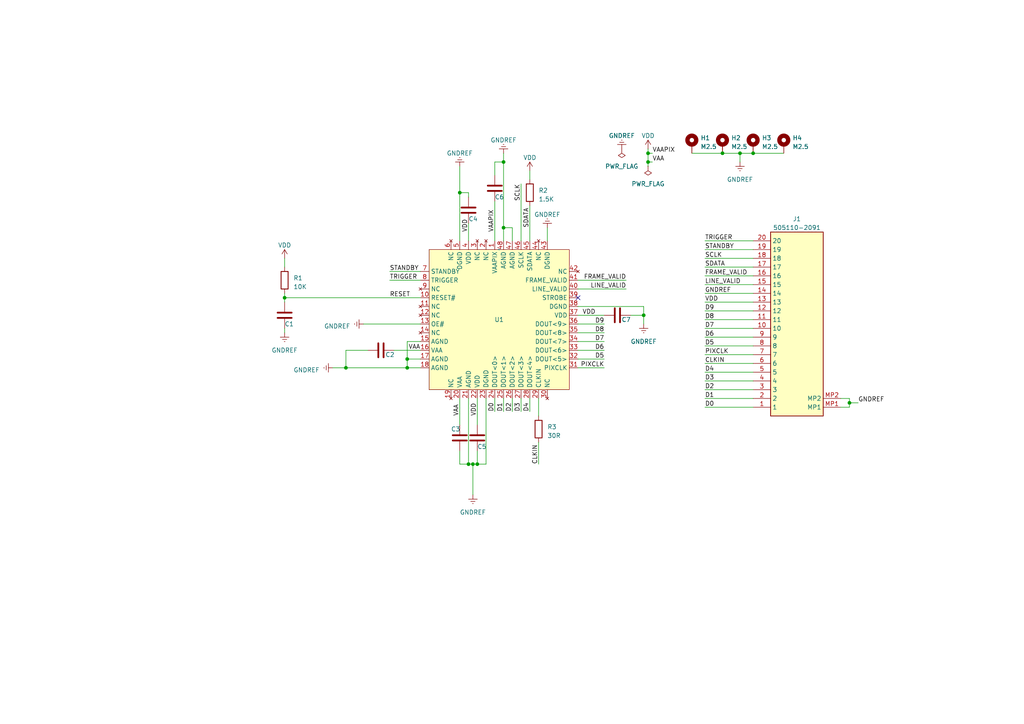
<source format=kicad_sch>
(kicad_sch (version 20230121) (generator eeschema)
  (paper "A4")
  (lib_symbols
    (symbol "Device:C" (pin_numbers hide) (pin_names (offset 0.254))
      (property "Reference" "C" (at 0.635 2.54 0))
      (property "Value" "C" (at 0.635 -2.54 0))
      (symbol "C_0_1"
        (polyline (pts (xy -2.032 -0.762) (xy 2.032 -0.762)) (stroke (width 0.508)))
        (polyline (pts (xy -2.032 0.762) (xy 2.032 0.762)) (stroke (width 0.508)))
      )
      (symbol "C_1_1"
        (pin passive line (at 0 3.81 270) (length 2.794) (name "~") (number "1"))
        (pin passive line (at 0 -3.81 90) (length 2.794) (name "~") (number "2"))
      )
    )
    (symbol "Device:R" (pin_numbers hide) (pin_names (offset 0))
      (property "Reference" "R" (at 2.032 0 90))
      (property "Value" "R" (at 0 0 90))
      (symbol "R_0_1"
        (rectangle (start -1.016 -2.54) (end 1.016 2.54) (stroke (width 0.254)))
      )
      (symbol "R_1_1"
        (pin passive line (at 0 3.81 270) (length 1.27) (name "~") (number "1"))
        (pin passive line (at 0 -3.81 90) (length 1.27) (name "~") (number "2"))
      )
    )
    (symbol "Mechanical:MountingHole_Pad" (pin_numbers hide) (pin_names (offset 1.016) hide)
      (property "Reference" "H" (at 0 6.35 0))
      (property "Value" "MountingHole_Pad" (at 0 4.445 0))
      (symbol "MountingHole_Pad_0_1"
        (circle (center 0 1.27) (radius 1.27) (stroke (width 1.27)))
      )
      (symbol "MountingHole_Pad_1_1"
        (pin input line (at 0 -2.54 90) (length 2.54) (name "1") (number "1"))
      )
    )
    (symbol "meerkat:505110-2091"
      (property "Reference" "J" (at 21.59 7.62 0))
      (property "Value" "505110-2091" (at 21.59 5.08 0))
      (symbol "505110-2091_1_1"
        (rectangle (start 5.08 2.54) (end 20.32 -50.8) (stroke (width 0.254)) (fill (type background)))
        (pin passive line (at 25.4 0 180) (length 5.08) (name "1") (number "1"))
        (pin passive line (at 25.4 -22.86 180) (length 5.08) (name "10") (number "10"))
        (pin passive line (at 25.4 -25.4 180) (length 5.08) (name "11") (number "11"))
        (pin passive line (at 25.4 -27.94 180) (length 5.08) (name "12") (number "12"))
        (pin passive line (at 25.4 -30.48 180) (length 5.08) (name "13") (number "13"))
        (pin passive line (at 25.4 -33.02 180) (length 5.08) (name "14") (number "14"))
        (pin passive line (at 25.4 -35.56 180) (length 5.08) (name "15") (number "15"))
        (pin passive line (at 25.4 -38.1 180) (length 5.08) (name "16") (number "16"))
        (pin passive line (at 25.4 -40.64 180) (length 5.08) (name "17") (number "17"))
        (pin passive line (at 25.4 -43.18 180) (length 5.08) (name "18") (number "18"))
        (pin passive line (at 25.4 -45.72 180) (length 5.08) (name "19") (number "19"))
        (pin passive line (at 25.4 -2.54 180) (length 5.08) (name "2") (number "2"))
        (pin passive line (at 25.4 -48.26 180) (length 5.08) (name "20") (number "20"))
        (pin passive line (at 25.4 -5.08 180) (length 5.08) (name "3") (number "3"))
        (pin passive line (at 25.4 -7.62 180) (length 5.08) (name "4") (number "4"))
        (pin passive line (at 25.4 -10.16 180) (length 5.08) (name "5") (number "5"))
        (pin passive line (at 25.4 -12.7 180) (length 5.08) (name "6") (number "6"))
        (pin passive line (at 25.4 -15.24 180) (length 5.08) (name "7") (number "7"))
        (pin passive line (at 25.4 -17.78 180) (length 5.08) (name "8") (number "8"))
        (pin passive line (at 25.4 -20.32 180) (length 5.08) (name "9") (number "9"))
        (pin passive line (at 0 0 0) (length 5.08) (name "MP1") (number "MP1"))
        (pin passive line (at 0 -2.54 0) (length 5.08) (name "MP2") (number "MP2"))
      )
    )
    (symbol "power:GNDREF" (power) (pin_names (offset 0))
      (property "Value" "GNDREF" (at 0 -3.81 0))
      (symbol "GNDREF_0_1"
        (polyline (pts (xy -0.635 -1.905) (xy 0.635 -1.905)))
        (polyline (pts (xy -0.127 -2.54) (xy 0.127 -2.54)))
        (polyline (pts (xy 0 -1.27) (xy 0 0)))
        (polyline (pts (xy 1.27 -1.27) (xy -1.27 -1.27)))
      )
      (symbol "GNDREF_1_1"
        (pin power_in line (at 0 0 270) (length 0) hide (name "GNDREF") (number "1"))
      )
    )
    (symbol "power:PWR_FLAG" (power) (pin_numbers hide) (pin_names (offset 0) hide)
      (property "Value" "PWR_FLAG" (at 0 3.81 0))
      (symbol "PWR_FLAG_0_0"
        (pin power_out line (at 0 0 90) (length 0) (name "pwr") (number "1"))
      )
      (symbol "PWR_FLAG_0_1"
        (polyline (pts (xy 0 0) (xy 0 1.27) (xy -1.016 1.905) (xy 0 2.54) (xy 1.016 1.905) (xy 0 1.27)))
      )
    )
    (symbol "power:VDD" (power) (pin_names (offset 0))
      (property "Value" "VDD" (at 0 3.81 0))
      (symbol "VDD_0_1"
        (polyline (pts (xy -0.762 1.27) (xy 0 2.54)))
        (polyline (pts (xy 0 0) (xy 0 2.54)))
        (polyline (pts (xy 0 2.54) (xy 0.762 1.27)))
      )
      (symbol "VDD_1_1"
        (pin power_in line (at 0 0 90) (length 0) hide (name "VDD") (number "1"))
      )
    )
    (symbol "sensor_image:mt9m001c12stm"
      (property "Reference" "U?" (at 0 0 0))
      (property "Footprint" "sensor_image:mt9m001c12stm" (at 0 20.32 0))
      (symbol "mt9m001c12stm_1_0"
        (pin no_connect line (at -22.86 3.81 0) (length 2.54) (name "NC") (number "11"))
        (pin no_connect line (at -3.81 22.86 270) (length 2.54) (name "NC") (number "2"))
        (pin no_connect line (at -6.35 22.86 270) (length 2.54) (name "NC") (number "3"))
        (pin no_connect line (at -13.97 22.86 270) (length 2.54) (name "NC") (number "6"))
        (pin bidirectional line (at -22.86 13.97 0) (length 2.54) (name "STANDBY") (number "7"))
        (pin bidirectional line (at -22.86 11.43 0) (length 2.54) (name "TRIGGER") (number "8"))
        (pin no_connect line (at -22.86 8.89 0) (length 2.54) (name "NC") (number "9"))
      )
      (symbol "mt9m001c12stm_1_1"
        (rectangle (start -20.32 20.32) (end 20.32 -20.32) (fill (type background)))
        (pin power_in line (at -1.27 22.86 270) (length 2.54) (name "VAAPIX") (number "1"))
        (pin bidirectional line (at -22.86 6.35 0) (length 2.54) (name "RESET#") (number "10"))
        (pin no_connect line (at -22.86 1.27 0) (length 2.54) (name "NC") (number "12"))
        (pin bidirectional line (at -22.86 -1.27 0) (length 2.54) (name "OE#") (number "13"))
        (pin no_connect line (at -22.86 -3.81 0) (length 2.54) (name "NC") (number "14"))
        (pin power_in line (at -22.86 -6.35 0) (length 2.54) (name "AGND") (number "15"))
        (pin power_in line (at -22.86 -8.89 0) (length 2.54) (name "VAA") (number "16"))
        (pin power_in line (at -22.86 -11.43 0) (length 2.54) (name "AGND") (number "17"))
        (pin power_in line (at -22.86 -13.97 0) (length 2.54) (name "AGND") (number "18"))
        (pin no_connect line (at -13.97 -22.86 90) (length 2.54) (name "NC") (number "19"))
        (pin power_in line (at -11.43 -22.86 90) (length 2.54) (name "VAA") (number "20"))
        (pin power_in line (at -8.89 -22.86 90) (length 2.54) (name "AGND") (number "21"))
        (pin power_in line (at -6.35 -22.86 90) (length 2.54) (name "VDD") (number "22"))
        (pin power_in line (at -3.81 -22.86 90) (length 2.54) (name "DGND") (number "23"))
        (pin output line (at -1.27 -22.86 90) (length 2.54) (name "DOUT<0>") (number "24"))
        (pin output line (at 1.27 -22.86 90) (length 2.54) (name "DOUT<1>") (number "25"))
        (pin output line (at 3.81 -22.86 90) (length 2.54) (name "DOUT<2>") (number "26"))
        (pin output line (at 6.35 -22.86 90) (length 2.54) (name "DOUT<3>") (number "27"))
        (pin output line (at 8.89 -22.86 90) (length 2.54) (name "DOUT<4>") (number "28"))
        (pin bidirectional line (at 11.43 -22.86 90) (length 2.54) (name "CLKIN") (number "29"))
        (pin no_connect line (at 13.97 -22.86 90) (length 2.54) (name "NC") (number "30"))
        (pin input line (at 22.86 -13.97 180) (length 2.54) (name "PIXCLK") (number "31"))
        (pin output line (at 22.86 -11.43 180) (length 2.54) (name "DOUT<5>") (number "32"))
        (pin output line (at 22.86 -8.89 180) (length 2.54) (name "DOUT<6>") (number "33"))
        (pin output line (at 22.86 -6.35 180) (length 2.54) (name "DOUT<7>") (number "34"))
        (pin output line (at 22.86 -3.81 180) (length 2.54) (name "DOUT<8>") (number "35"))
        (pin output line (at 22.86 -1.27 180) (length 2.54) (name "DOUT<9>") (number "36"))
        (pin power_in line (at 22.86 1.27 180) (length 2.54) (name "VDD") (number "37"))
        (pin power_in line (at 22.86 3.81 180) (length 2.54) (name "DGND") (number "38"))
        (pin bidirectional line (at 22.86 6.35 180) (length 2.54) (name "STROBE") (number "39"))
        (pin power_in line (at -8.89 22.86 270) (length 2.54) (name "VDD") (number "4"))
        (pin bidirectional line (at 22.86 8.89 180) (length 2.54) (name "LINE_VALID") (number "40"))
        (pin bidirectional line (at 22.86 11.43 180) (length 2.54) (name "FRAME_VALID") (number "41"))
        (pin no_connect line (at 22.86 13.97 180) (length 2.54) (name "NC") (number "42"))
        (pin power_in line (at 13.97 22.86 270) (length 2.54) (name "DGND") (number "43"))
        (pin no_connect line (at 11.43 22.86 270) (length 2.54) (name "NC") (number "44"))
        (pin bidirectional line (at 8.89 22.86 270) (length 2.54) (name "SDATA") (number "45"))
        (pin bidirectional line (at 6.35 22.86 270) (length 2.54) (name "SCLK") (number "46"))
        (pin power_in line (at 3.81 22.86 270) (length 2.54) (name "AGND") (number "47"))
        (pin power_in line (at 1.27 22.86 270) (length 2.54) (name "AGND") (number "48"))
        (pin power_in line (at -11.43 22.86 270) (length 2.54) (name "DGND") (number "5"))
      )
    )
  )
  (junction (at 187.96 46.99))
  (junction (at 137.16 134.62))
  (junction (at 133.35 55.88))
  (junction (at 246.38 116.84))
  (junction (at 138.43 134.62))
  (junction (at 146.05 46.99))
  (junction (at 82.55 86.36))
  (junction (at 187.96 44.45))
  (junction (at 209.55 44.45))
  (junction (at 135.89 134.62))
  (junction (at 118.11 106.68))
  (junction (at 218.44 44.45))
  (junction (at 214.63 44.45))
  (junction (at 146.05 66.04))
  (junction (at 118.11 104.14))
  (junction (at 186.69 91.44))
  (junction (at 100.33 106.68))
  (no_connect (at 167.64 86.36))
  (wire (pts (xy 133.35 55.88) (xy 135.89 55.88)))
  (wire (pts (xy 186.69 91.44) (xy 186.69 93.98)))
  (wire (pts (xy 113.03 81.28) (xy 121.92 81.28)))
  (wire (pts (xy 118.11 99.06) (xy 118.11 104.14)))
  (wire (pts (xy 175.26 96.52) (xy 167.64 96.52)))
  (wire (pts (xy 187.96 46.99) (xy 187.96 48.26)))
  (wire (pts (xy 137.16 134.62) (xy 135.89 134.62)))
  (wire (pts (xy 146.05 44.45) (xy 146.05 46.99)))
  (wire (pts (xy 218.44 44.45) (xy 227.33 44.45)))
  (wire (pts (xy 243.84 115.57) (xy 246.38 115.57)))
  (wire (pts (xy 143.51 119.38) (xy 143.51 115.57)))
  (wire (pts (xy 138.43 134.62) (xy 137.16 134.62)))
  (wire (pts (xy 204.47 80.01) (xy 218.44 80.01)))
  (wire (pts (xy 113.03 78.74) (xy 121.92 78.74)))
  (wire (pts (xy 153.67 49.53) (xy 153.67 52.07)))
  (wire (pts (xy 218.44 72.39) (xy 204.47 72.39)))
  (wire (pts (xy 218.44 90.17) (xy 204.47 90.17)))
  (wire (pts (xy 140.97 115.57) (xy 140.97 134.62)))
  (wire (pts (xy 209.55 44.45) (xy 214.63 44.45)))
  (wire (pts (xy 106.68 101.6) (xy 100.33 101.6)))
  (wire (pts (xy 218.44 107.95) (xy 204.47 107.95)))
  (wire (pts (xy 133.35 115.57) (xy 133.35 123.19)))
  (wire (pts (xy 167.64 91.44) (xy 175.26 91.44)))
  (wire (pts (xy 158.75 66.04) (xy 158.75 69.85)))
  (wire (pts (xy 148.59 119.38) (xy 148.59 115.57)))
  (wire (pts (xy 218.44 100.33) (xy 204.47 100.33)))
  (wire (pts (xy 82.55 77.47) (xy 82.55 74.93)))
  (wire (pts (xy 214.63 44.45) (xy 214.63 46.99)))
  (wire (pts (xy 246.38 115.57) (xy 246.38 116.84)))
  (wire (pts (xy 243.84 118.11) (xy 246.38 118.11)))
  (wire (pts (xy 187.96 44.45) (xy 187.96 46.99)))
  (wire (pts (xy 175.26 99.06) (xy 167.64 99.06)))
  (wire (pts (xy 151.13 119.38) (xy 151.13 115.57)))
  (wire (pts (xy 156.21 115.57) (xy 156.21 120.65)))
  (wire (pts (xy 182.88 91.44) (xy 186.69 91.44)))
  (wire (pts (xy 146.05 46.99) (xy 146.05 66.04)))
  (wire (pts (xy 121.92 99.06) (xy 118.11 99.06)))
  (wire (pts (xy 135.89 55.88) (xy 135.89 57.15)))
  (wire (pts (xy 148.59 66.04) (xy 146.05 66.04)))
  (wire (pts (xy 118.11 104.14) (xy 118.11 106.68)))
  (wire (pts (xy 218.44 77.47) (xy 204.47 77.47)))
  (wire (pts (xy 138.43 134.62) (xy 140.97 134.62)))
  (wire (pts (xy 181.61 83.82) (xy 167.64 83.82)))
  (wire (pts (xy 218.44 115.57) (xy 204.47 115.57)))
  (wire (pts (xy 114.3 101.6) (xy 121.92 101.6)))
  (wire (pts (xy 218.44 118.11) (xy 204.47 118.11)))
  (wire (pts (xy 133.35 48.26) (xy 133.35 55.88)))
  (wire (pts (xy 187.96 43.18) (xy 187.96 44.45)))
  (wire (pts (xy 105.41 93.98) (xy 121.92 93.98)))
  (wire (pts (xy 218.44 105.41) (xy 204.47 105.41)))
  (wire (pts (xy 133.35 134.62) (xy 135.89 134.62)))
  (wire (pts (xy 200.66 44.45) (xy 209.55 44.45)))
  (wire (pts (xy 146.05 119.38) (xy 146.05 115.57)))
  (wire (pts (xy 175.26 93.98) (xy 167.64 93.98)))
  (wire (pts (xy 133.35 55.88) (xy 133.35 69.85)))
  (wire (pts (xy 189.23 46.99) (xy 187.96 46.99)))
  (wire (pts (xy 133.35 134.62) (xy 133.35 130.81)))
  (wire (pts (xy 218.44 97.79) (xy 204.47 97.79)))
  (wire (pts (xy 246.38 116.84) (xy 246.38 118.11)))
  (wire (pts (xy 138.43 115.57) (xy 138.43 123.19)))
  (wire (pts (xy 218.44 110.49) (xy 204.47 110.49)))
  (wire (pts (xy 121.92 104.14) (xy 118.11 104.14)))
  (wire (pts (xy 248.92 116.84) (xy 246.38 116.84)))
  (wire (pts (xy 218.44 87.63) (xy 204.47 87.63)))
  (wire (pts (xy 153.67 119.38) (xy 153.67 115.57)))
  (wire (pts (xy 148.59 69.85) (xy 148.59 66.04)))
  (wire (pts (xy 82.55 87.63) (xy 82.55 86.36)))
  (wire (pts (xy 218.44 92.71) (xy 204.47 92.71)))
  (wire (pts (xy 181.61 81.28) (xy 167.64 81.28)))
  (wire (pts (xy 189.23 44.45) (xy 187.96 44.45)))
  (wire (pts (xy 156.21 134.62) (xy 156.21 128.27)))
  (wire (pts (xy 135.89 64.77) (xy 135.89 69.85)))
  (wire (pts (xy 96.52 106.68) (xy 100.33 106.68)))
  (wire (pts (xy 82.55 85.09) (xy 82.55 86.36)))
  (wire (pts (xy 138.43 134.62) (xy 138.43 130.81)))
  (wire (pts (xy 143.51 50.8) (xy 143.51 46.99)))
  (wire (pts (xy 137.16 134.62) (xy 137.16 143.51)))
  (wire (pts (xy 135.89 115.57) (xy 135.89 134.62)))
  (wire (pts (xy 146.05 66.04) (xy 146.05 69.85)))
  (wire (pts (xy 153.67 59.69) (xy 153.67 69.85)))
  (wire (pts (xy 118.11 106.68) (xy 121.92 106.68)))
  (wire (pts (xy 151.13 53.34) (xy 151.13 69.85)))
  (wire (pts (xy 82.55 86.36) (xy 121.92 86.36)))
  (wire (pts (xy 175.26 104.14) (xy 167.64 104.14)))
  (wire (pts (xy 218.44 85.09) (xy 204.47 85.09)))
  (wire (pts (xy 82.55 96.52) (xy 82.55 95.25)))
  (wire (pts (xy 218.44 102.87) (xy 204.47 102.87)))
  (wire (pts (xy 218.44 95.25) (xy 204.47 95.25)))
  (wire (pts (xy 143.51 58.42) (xy 143.51 69.85)))
  (wire (pts (xy 167.64 88.9) (xy 186.69 88.9)))
  (wire (pts (xy 175.26 106.68) (xy 167.64 106.68)))
  (wire (pts (xy 218.44 74.93) (xy 204.47 74.93)))
  (wire (pts (xy 100.33 106.68) (xy 118.11 106.68)))
  (wire (pts (xy 143.51 46.99) (xy 146.05 46.99)))
  (wire (pts (xy 214.63 44.45) (xy 218.44 44.45)))
  (wire (pts (xy 218.44 69.85) (xy 204.47 69.85)))
  (wire (pts (xy 100.33 101.6) (xy 100.33 106.68)))
  (wire (pts (xy 175.26 101.6) (xy 167.64 101.6)))
  (wire (pts (xy 186.69 88.9) (xy 186.69 91.44)))
  (wire (pts (xy 204.47 82.55) (xy 218.44 82.55)))
  (wire (pts (xy 218.44 113.03) (xy 204.47 113.03)))
  (label "PIXCLK" (at 175.26 106.68 180))
  (label "D8" (at 175.26 96.52 180))
  (label "D9" (at 175.26 93.98 180))
  (label "STANDBY" (at 113.03 78.74 0))
  (label "D3" (at 151.13 119.38 90))
  (label "D6" (at 175.26 101.6 180))
  (label "D5" (at 175.26 104.14 180))
  (label "SCLK" (at 204.47 74.93 0))
  (label "VDD" (at 138.43 120.65 90))
  (label "D2" (at 204.47 113.03 0))
  (label "D1" (at 146.05 119.38 90))
  (label "VDD" (at 204.47 87.63 0))
  (label "D9" (at 204.47 90.17 0))
  (label "SDATA" (at 153.67 66.04 90))
  (label "FRAME_VALID" (at 204.47 80.01 0))
  (label "D5" (at 204.47 100.33 0))
  (label "VAAPIX" (at 189.23 44.45 0))
  (label "D3" (at 204.47 110.49 0))
  (label "D8" (at 204.47 92.71 0))
  (label "D4" (at 204.47 107.95 0))
  (label "STANDBY" (at 204.47 72.39 0))
  (label "TRIGGER" (at 204.47 69.85 0))
  (label "VAA" (at 189.23 46.99 0))
  (label "GNDREF" (at 248.92 116.84 0))
  (label "VDD" (at 168.91 91.44 0))
  (label "D7" (at 204.47 95.25 0))
  (label "D1" (at 204.47 115.57 0))
  (label "LINE_VALID" (at 181.61 83.82 180))
  (label "D2" (at 148.59 119.38 90))
  (label "VAAPIX" (at 143.51 67.31 90))
  (label "D0" (at 143.51 119.38 90))
  (label "D4" (at 153.67 119.38 90))
  (label "RESET" (at 113.03 86.36 0))
  (label "CLKIN" (at 204.47 105.41 0))
  (label "VAA" (at 133.35 120.65 90))
  (label "GNDREF" (at 204.47 85.09 0))
  (label "SDATA" (at 204.47 77.47 0))
  (label "D6" (at 204.47 97.79 0))
  (label "SCLK" (at 151.13 53.34 270))
  (label "TRIGGER" (at 113.03 81.28 0))
  (label "FRAME_VALID" (at 181.61 81.28 180))
  (label "D0" (at 204.47 118.11 0))
  (label "D7" (at 175.26 99.06 180))
  (label "VAA" (at 121.92 101.6 180))
  (label "PIXCLK" (at 204.47 102.87 0))
  (label "LINE_VALID" (at 204.47 82.55 0))
  (label "VDD" (at 135.89 67.31 90))
  (label "CLKIN" (at 156.21 134.62 90))
  (symbol (lib_id "power:VDD") (at 153.67 49.53 0) (unit 1)
    (property "Reference" "#PWR09" (effects hide))
    (property "Value" "VDD" (at 153.67 45.72 0))
  )
  (symbol (lib_id "power:GNDREF") (at 133.35 48.26 180) (unit 1)
    (property "Reference" "#PWR05" (effects hide))
    (property "Value" "GNDREF" (at 133.35 44.45 0))
  )
  (symbol (lib_id "power:PWR_FLAG") (at 187.96 48.26 180) (unit 1)
    (property "Reference" "#FLG02" (effects hide))
    (property "Value" "PWR_FLAG" (at 187.96 53.34 0))
  )
  (symbol (lib_id "power:GNDREF") (at 96.52 106.68 270) (unit 1)
    (property "Reference" "#PWR03" (effects hide))
    (property "Value" "GNDREF" (at 92.71 107.315 90) (effects (justify right)))
  )
  (symbol (lib_id "meerkat:505110-2091") (at 243.84 118.11 180) (unit 1)
    (property "Reference" "J1" (at 231.14 63.5 0))
    (property "Value" "505110-2091" (at 231.14 66.04 0))
    (property "Footprint" "5051102091" (effects hide))
    (property "Datasheet" "https://datasheet.datasheetarchive.com/originals/distributors/Datasheets_SAMA/dc281b6e3f4455e25587ddff6c7fba41.pdf" (effects hide))
    (property "Height" "2.1" (effects hide))
    (property "Mouser Part Number" "538-505110-2091" (effects hide))
    (property "Mouser Price/Stock" "https://www.mouser.co.uk/ProductDetail/Molex/505110-2091?qs=fSIr1QPo%2F%2FRHR3js8CzG%252BA%3D%3D" (effects hide))
    (property "Manufacturer_Name" "Molex" (effects hide))
    (property "Manufacturer_Part_Number" "505110-2091" (effects hide))
  )
  (symbol (lib_id "Device:C") (at 133.35 127 180) (unit 1)
    (property "Reference" "C3" (at 130.81 124.46 0) (effects (justify right)))
    (property "Value" "0.1uF" (effects hide))
    (property "Footprint" "Capacitor_SMD:C_0603_1608Metric" (effects hide))
  )
  (symbol (lib_id "Device:R") (at 156.21 124.46 180) (unit 1)
    (property "Reference" "R3" (at 158.75 123.825 0) (effects (justify right)))
    (property "Value" "30R" (at 158.75 126.365 0) (effects (justify right)))
    (property "Footprint" "Resistor_SMD:R_0603_1608Metric" (effects hide))
  )
  (symbol (lib_id "power:GNDREF") (at 180.34 43.18 180) (unit 1)
    (property "Reference" "#PWR011" (effects hide))
    (property "Value" "GNDREF" (at 180.34 39.37 0))
  )
  (symbol (lib_id "Device:R") (at 82.55 81.28 180) (unit 1)
    (property "Reference" "R1" (at 85.09 80.645 0) (effects (justify right)))
    (property "Value" "10K" (at 85.09 83.185 0) (effects (justify right)))
    (property "Footprint" "Resistor_SMD:R_0603_1608Metric" (effects hide))
  )
  (symbol (lib_id "power:VDD") (at 187.96 43.18 0) (unit 1)
    (property "Reference" "#PWR012" (effects hide))
    (property "Value" "VDD" (at 187.96 39.37 0))
  )
  (symbol (lib_id "Device:C") (at 143.51 54.61 0) (unit 1)
    (property "Reference" "C6" (at 143.51 57.15 0) (effects (justify left)))
    (property "Value" "0.1uF" (effects hide))
    (property "Footprint" "Capacitor_SMD:C_0603_1608Metric" (effects hide))
  )
  (symbol (lib_id "Device:C") (at 135.89 60.96 0) (unit 1)
    (property "Reference" "C4" (at 135.89 63.5 0) (effects (justify left)))
    (property "Value" "0.1uF" (effects hide))
    (property "Footprint" "Capacitor_SMD:C_0603_1608Metric" (effects hide))
  )
  (symbol (lib_id "Device:R") (at 153.67 55.88 0) (unit 1)
    (property "Reference" "R2" (at 156.21 55.245 0) (effects (justify left)))
    (property "Value" "1.5K" (at 156.21 57.785 0) (effects (justify left)))
    (property "Footprint" "Resistor_SMD:R_0603_1608Metric" (effects hide))
  )
  (symbol (lib_id "power:GNDREF") (at 105.41 93.98 270) (unit 1)
    (property "Reference" "#PWR04" (effects hide))
    (property "Value" "GNDREF" (at 101.6 94.615 90) (effects (justify right)))
  )
  (symbol (lib_id "Device:C") (at 138.43 127 180) (unit 1)
    (property "Reference" "C5" (at 138.43 129.54 0) (effects (justify right)))
    (property "Value" "0.1uF" (effects hide))
    (property "Footprint" "Capacitor_SMD:C_0603_1608Metric" (effects hide))
  )
  (symbol (lib_id "Device:C") (at 82.55 91.44 180) (unit 1)
    (property "Reference" "C1" (at 82.55 93.98 0) (effects (justify right)))
    (property "Value" "0.1uF" (effects hide))
    (property "Footprint" "Capacitor_SMD:C_0603_1608Metric" (effects hide))
  )
  (symbol (lib_id "power:GNDREF") (at 82.55 96.52 0) (unit 1)
    (property "Reference" "#PWR02" (effects hide))
    (property "Value" "GNDREF" (at 82.55 101.6 0))
  )
  (symbol (lib_id "Mechanical:MountingHole_Pad") (at 218.44 41.91 0) (unit 1)
    (property "Reference" "H3" (at 220.98 40.005 0) (effects (justify left)))
    (property "Value" "M2.5" (at 220.98 42.545 0) (effects (justify left)))
    (property "Footprint" "MountingHole:MountingHole_2.7mm_M2.5_Pad" (effects hide))
  )
  (symbol (lib_id "power:GNDREF") (at 214.63 46.99 0) (unit 1)
    (property "Reference" "#PWR07" (effects hide))
    (property "Value" "GNDREF" (at 214.63 52.07 0))
  )
  (symbol (lib_id "power:VDD") (at 82.55 74.93 0) (unit 1)
    (property "Reference" "#PWR01" (effects hide))
    (property "Value" "VDD" (at 82.55 71.12 0))
  )
  (symbol (lib_id "sensor_image:mt9m001c12stm") (at 144.78 92.71 0) (unit 1)
    (property "Reference" "U1" (at 144.78 92.71 0))
    (property "Value" "~" (at 144.78 72.39 0))
    (property "Footprint" "meerkat:mt9m001c12stm" (effects hide))
  )
  (symbol (lib_id "Mechanical:MountingHole_Pad") (at 209.55 41.91 0) (unit 1)
    (property "Reference" "H2" (at 212.09 40.005 0) (effects (justify left)))
    (property "Value" "M2.5" (at 212.09 42.545 0) (effects (justify left)))
    (property "Footprint" "MountingHole:MountingHole_2.7mm_M2.5_Pad" (effects hide))
  )
  (symbol (lib_id "Device:C") (at 179.07 91.44 90) (unit 1)
    (property "Reference" "C7" (at 181.61 92.71 90))
    (property "Value" "0.1uF" (effects hide))
    (property "Footprint" "Capacitor_SMD:C_0603_1608Metric" (effects hide))
  )
  (symbol (lib_id "Mechanical:MountingHole_Pad") (at 227.33 41.91 0) (unit 1)
    (property "Reference" "H4" (at 229.87 40.005 0) (effects (justify left)))
    (property "Value" "M2.5" (at 229.87 42.545 0) (effects (justify left)))
    (property "Footprint" "MountingHole:MountingHole_2.7mm_M2.5_Pad" (effects hide))
  )
  (symbol (lib_id "Mechanical:MountingHole_Pad") (at 200.66 41.91 0) (unit 1)
    (property "Reference" "H1" (at 203.2 40.005 0) (effects (justify left)))
    (property "Value" "M2.5" (at 203.2 42.545 0) (effects (justify left)))
    (property "Footprint" "MountingHole:MountingHole_2.7mm_M2.5_Pad" (effects hide))
  )
  (symbol (lib_id "power:GNDREF") (at 186.69 93.98 0) (unit 1)
    (property "Reference" "#PWR013" (effects hide))
    (property "Value" "GNDREF" (at 186.69 99.06 0))
  )
  (symbol (lib_id "Device:C") (at 110.49 101.6 90) (unit 1)
    (property "Reference" "C2" (at 111.76 102.87 90) (effects (justify right)))
    (property "Value" "0.1uF" (effects hide))
    (property "Footprint" "Capacitor_SMD:C_0603_1608Metric" (effects hide))
  )
  (symbol (lib_id "power:GNDREF") (at 146.05 44.45 180) (unit 1)
    (property "Reference" "#PWR08" (effects hide))
    (property "Value" "GNDREF" (at 146.05 40.64 0))
  )
  (symbol (lib_id "power:GNDREF") (at 137.16 143.51 0) (unit 1)
    (property "Reference" "#PWR06" (effects hide))
    (property "Value" "GNDREF" (at 137.16 148.59 0))
  )
  (symbol (lib_id "power:PWR_FLAG") (at 180.34 43.18 180) (unit 1)
    (property "Reference" "#FLG01" (effects hide))
    (property "Value" "PWR_FLAG" (at 180.34 48.26 0))
  )
  (symbol (lib_id "power:GNDREF") (at 158.75 66.04 180) (unit 1)
    (property "Reference" "#PWR010" (effects hide))
    (property "Value" "GNDREF" (at 158.75 62.23 0))
  )
)
</source>
